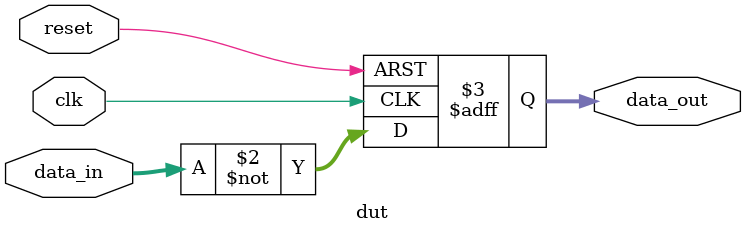
<source format=sv>
module dut (
  input  logic        clk,
  input  logic        reset,
  input  logic [7:0]  data_in,
  output logic [7:0]  data_out
);

  always_ff @(posedge clk or posedge reset) begin
    if (reset) begin
      data_out <= 8'h00;
    end else begin
      data_out <= ~data_in; // Inverting the data
    end
  end

endmodule

</source>
